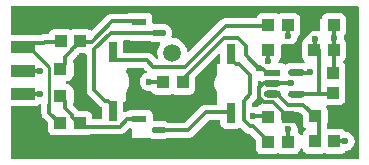
<source format=gtl>
G04 #@! TF.GenerationSoftware,KiCad,Pcbnew,9.0.4*
G04 #@! TF.CreationDate,2025-10-31T22:45:53+03:00*
G04 #@! TF.ProjectId,ECAD_main,45434144-5f6d-4616-996e-2e6b69636164,rev?*
G04 #@! TF.SameCoordinates,Original*
G04 #@! TF.FileFunction,Copper,L1,Top*
G04 #@! TF.FilePolarity,Positive*
%FSLAX46Y46*%
G04 Gerber Fmt 4.6, Leading zero omitted, Abs format (unit mm)*
G04 Created by KiCad (PCBNEW 9.0.4) date 2025-10-31 22:45:53*
%MOMM*%
%LPD*%
G01*
G04 APERTURE LIST*
G04 #@! TA.AperFunction,SMDPad,CuDef*
%ADD10R,1.063700X1.062130*%
G04 #@! TD*
G04 #@! TA.AperFunction,SMDPad,CuDef*
%ADD11R,2.000000X1.000000*%
G04 #@! TD*
G04 #@! TA.AperFunction,SMDPad,CuDef*
%ADD12R,0.750000X1.700000*%
G04 #@! TD*
G04 #@! TA.AperFunction,SMDPad,CuDef*
%ADD13R,1.274350X0.532130*%
G04 #@! TD*
G04 #@! TA.AperFunction,SMDPad,CuDef*
%ADD14R,1.463950X0.600000*%
G04 #@! TD*
G04 #@! TA.AperFunction,SMDPad,CuDef*
%ADD15R,1.062130X1.063700*%
G04 #@! TD*
G04 #@! TA.AperFunction,ComponentPad*
%ADD16C,1.500000*%
G04 #@! TD*
G04 #@! TA.AperFunction,ViaPad*
%ADD17C,0.600000*%
G04 #@! TD*
G04 #@! TA.AperFunction,Conductor*
%ADD18C,0.300000*%
G04 #@! TD*
G04 #@! TA.AperFunction,Conductor*
%ADD19C,0.277500*%
G04 #@! TD*
G04 APERTURE END LIST*
D10*
G04 #@! TO.P,R10,1,1*
G04 #@! TO.N,OUT*
X146670610Y-105000000D03*
G04 #@! TO.P,R10,2,2*
G04 #@! TO.N,Net-(C2-Pad1)*
X148329390Y-105000000D03*
G04 #@! TD*
G04 #@! TO.P,R8,1,1*
G04 #@! TO.N,Net-(DD1-Pad3)*
X159510610Y-109990000D03*
G04 #@! TO.P,R8,2,2*
G04 #@! TO.N,+5*
X161169390Y-109990000D03*
G04 #@! TD*
D11*
G04 #@! TO.P,,2*
G04 #@! TO.N,IN*
X134780050Y-102013095D03*
G04 #@! TD*
D12*
G04 #@! TO.P,HL1,1,1*
G04 #@! TO.N,Net-(HL1-Pad1)*
X142400000Y-102450000D03*
G04 #@! TO.P,HL1,2,2*
G04 #@! TO.N,Net-(VT1-D)*
X142400000Y-107450000D03*
G04 #@! TD*
D10*
G04 #@! TO.P,C3,1,1*
G04 #@! TO.N,GND*
X157219310Y-107890080D03*
G04 #@! TO.P,C3,2,2*
G04 #@! TO.N,+5*
X155560530Y-107890080D03*
G04 #@! TD*
D11*
G04 #@! TO.P,,2*
G04 #@! TO.N,OUT*
X134780050Y-104013095D03*
G04 #@! TD*
D10*
G04 #@! TO.P,R7,1,1*
G04 #@! TO.N,GND*
X161168780Y-107870000D03*
G04 #@! TO.P,R7,2,2*
G04 #@! TO.N,Net-(DD1-Pad3)*
X159510000Y-107870000D03*
G04 #@! TD*
G04 #@! TO.P,C4,1,1*
G04 #@! TO.N,GND*
X159450690Y-100159920D03*
G04 #@! TO.P,C4,2,2*
G04 #@! TO.N,Net-(C2-Pad1)*
X161109470Y-100159920D03*
G04 #@! TD*
G04 #@! TO.P,R6,1,1*
G04 #@! TO.N,+5*
X157230000Y-110040000D03*
G04 #@! TO.P,R6,2,2*
G04 #@! TO.N,Net-(HL2-Pad1)*
X155571220Y-110040000D03*
G04 #@! TD*
G04 #@! TO.P,R2,1,1*
G04 #@! TO.N,GND*
X139629390Y-103850000D03*
G04 #@! TO.P,R2,2,2*
G04 #@! TO.N,Net-(VT1-G)*
X137970610Y-103850000D03*
G04 #@! TD*
D11*
G04 #@! TO.P,,2*
G04 #@! TO.N,+5*
X134780050Y-106013095D03*
G04 #@! TD*
G04 #@! TO.P,,2*
G04 #@! TO.N,GND*
X134780050Y-108013095D03*
G04 #@! TD*
D10*
G04 #@! TO.P,R4,1,1*
G04 #@! TO.N,IN*
X137970610Y-108440000D03*
G04 #@! TO.P,R4,2,2*
G04 #@! TO.N,Net-(VT2-G)*
X139629390Y-108440000D03*
G04 #@! TD*
D13*
G04 #@! TO.P,VT2,1,G*
G04 #@! TO.N,Net-(VT2-G)*
X144644870Y-108080000D03*
G04 #@! TO.P,VT2,2,S*
G04 #@! TO.N,GND*
G04 #@! TA.AperFunction,SMDPad,CuDef*
G36*
G01*
X144007695Y-109980000D02*
X144007695Y-109980000D01*
G75*
G02*
X144273760Y-109713935I266065J0D01*
G01*
X145015980Y-109713935D01*
G75*
G02*
X145282045Y-109980000I0J-266065D01*
G01*
X145282045Y-109980000D01*
G75*
G02*
X145015980Y-110246065I-266065J0D01*
G01*
X144273760Y-110246065D01*
G75*
G02*
X144007695Y-109980000I0J266065D01*
G01*
G37*
G04 #@! TD.AperFunction*
G04 #@! TO.P,VT2,3,D*
G04 #@! TO.N,Net-(VT2-D)*
G04 #@! TA.AperFunction,SMDPad,CuDef*
G36*
G01*
X145677955Y-109030000D02*
X145677955Y-109030000D01*
G75*
G02*
X145944020Y-108763935I266065J0D01*
G01*
X146686240Y-108763935D01*
G75*
G02*
X146952305Y-109030000I0J-266065D01*
G01*
X146952305Y-109030000D01*
G75*
G02*
X146686240Y-109296065I-266065J0D01*
G01*
X145944020Y-109296065D01*
G75*
G02*
X145677955Y-109030000I0J266065D01*
G01*
G37*
G04 #@! TD.AperFunction*
G04 #@! TD*
G04 #@! TO.P,VT1,1,G*
G04 #@! TO.N,Net-(VT1-G)*
X144619740Y-99860000D03*
G04 #@! TO.P,VT1,2,S*
G04 #@! TO.N,GND*
G04 #@! TA.AperFunction,SMDPad,CuDef*
G36*
G01*
X143982565Y-101760000D02*
X143982565Y-101760000D01*
G75*
G02*
X144248630Y-101493935I266065J0D01*
G01*
X144990850Y-101493935D01*
G75*
G02*
X145256915Y-101760000I0J-266065D01*
G01*
X145256915Y-101760000D01*
G75*
G02*
X144990850Y-102026065I-266065J0D01*
G01*
X144248630Y-102026065D01*
G75*
G02*
X143982565Y-101760000I0J266065D01*
G01*
G37*
G04 #@! TD.AperFunction*
G04 #@! TO.P,VT1,3,D*
G04 #@! TO.N,Net-(VT1-D)*
G04 #@! TA.AperFunction,SMDPad,CuDef*
G36*
G01*
X145652825Y-100810000D02*
X145652825Y-100810000D01*
G75*
G02*
X145918890Y-100543935I266065J0D01*
G01*
X146661110Y-100543935D01*
G75*
G02*
X146927175Y-100810000I0J-266065D01*
G01*
X146927175Y-100810000D01*
G75*
G02*
X146661110Y-101076065I-266065J0D01*
G01*
X145918890Y-101076065D01*
G75*
G02*
X145652825Y-100810000I0J266065D01*
G01*
G37*
G04 #@! TD.AperFunction*
G04 #@! TD*
D10*
G04 #@! TO.P,R9,1,1*
G04 #@! TO.N,Net-(C2-Pad1)*
X161119390Y-102220000D03*
G04 #@! TO.P,R9,2,2*
G04 #@! TO.N,Net-(BL1-Pad2)*
X159460610Y-102220000D03*
G04 #@! TD*
D14*
G04 #@! TO.P,DD1,1,1*
G04 #@! TO.N,Net-(C2-Pad1)*
X155907130Y-104168685D03*
G04 #@! TO.P,DD1,2,-U*
G04 #@! TO.N,GND*
G04 #@! TA.AperFunction,SMDPad,CuDef*
G36*
G01*
X155175155Y-105070955D02*
X155175155Y-105070955D01*
G75*
G02*
X155475155Y-104770955I300000J0D01*
G01*
X156339105Y-104770955D01*
G75*
G02*
X156639105Y-105070955I0J-300000D01*
G01*
X156639105Y-105070955D01*
G75*
G02*
X156339105Y-105370955I-300000J0D01*
G01*
X155475155Y-105370955D01*
G75*
G02*
X155175155Y-105070955I0J300000D01*
G01*
G37*
G04 #@! TD.AperFunction*
G04 #@! TO.P,DD1,3,3*
G04 #@! TO.N,Net-(DD1-Pad3)*
G04 #@! TA.AperFunction,SMDPad,CuDef*
G36*
G01*
X155175155Y-105973235D02*
X155175155Y-105973235D01*
G75*
G02*
X155475155Y-105673235I300000J0D01*
G01*
X156339105Y-105673235D01*
G75*
G02*
X156639105Y-105973235I0J-300000D01*
G01*
X156639105Y-105973235D01*
G75*
G02*
X156339105Y-106273235I-300000J0D01*
G01*
X155475155Y-106273235D01*
G75*
G02*
X155175155Y-105973235I0J300000D01*
G01*
G37*
G04 #@! TD.AperFunction*
G04 #@! TO.P,DD1,4,4*
G04 #@! TO.N,Net-(BL1-Pad2)*
G04 #@! TA.AperFunction,SMDPad,CuDef*
G36*
G01*
X157226065Y-105985385D02*
X157226065Y-105985385D01*
G75*
G02*
X157526065Y-105685385I300000J0D01*
G01*
X158390015Y-105685385D01*
G75*
G02*
X158690015Y-105985385I0J-300000D01*
G01*
X158690015Y-105985385D01*
G75*
G02*
X158390015Y-106285385I-300000J0D01*
G01*
X157526065Y-106285385D01*
G75*
G02*
X157226065Y-105985385I0J300000D01*
G01*
G37*
G04 #@! TD.AperFunction*
G04 #@! TO.P,DD1,5,+U*
G04 #@! TO.N,+5*
G04 #@! TA.AperFunction,SMDPad,CuDef*
G36*
G01*
X157226065Y-104140545D02*
X157226065Y-104140545D01*
G75*
G02*
X157526065Y-103840545I300000J0D01*
G01*
X158390015Y-103840545D01*
G75*
G02*
X158690015Y-104140545I0J-300000D01*
G01*
X158690015Y-104140545D01*
G75*
G02*
X158390015Y-104440545I-300000J0D01*
G01*
X157526065Y-104440545D01*
G75*
G02*
X157226065Y-104140545I0J300000D01*
G01*
G37*
G04 #@! TD.AperFunction*
G04 #@! TD*
D12*
G04 #@! TO.P,HL2,1,1*
G04 #@! TO.N,Net-(HL2-Pad1)*
X152400000Y-102600000D03*
G04 #@! TO.P,HL2,2,2*
G04 #@! TO.N,Net-(VT2-D)*
X152400000Y-107600000D03*
G04 #@! TD*
D10*
G04 #@! TO.P,R1,1,1*
G04 #@! TO.N,IN*
X138000000Y-101500000D03*
G04 #@! TO.P,R1,2,2*
G04 #@! TO.N,Net-(VT1-G)*
X139658780Y-101500000D03*
G04 #@! TD*
G04 #@! TO.P,R3,1,1*
G04 #@! TO.N,Net-(HL1-Pad1)*
X155580610Y-100170000D03*
G04 #@! TO.P,R3,2,2*
G04 #@! TO.N,+5*
X157239390Y-100170000D03*
G04 #@! TD*
D15*
G04 #@! TO.P,C2,1,1*
G04 #@! TO.N,Net-(C2-Pad1)*
X161062200Y-104217065D03*
G04 #@! TO.P,C2,2,2*
G04 #@! TO.N,Net-(BL1-Pad2)*
X161062200Y-105875845D03*
G04 #@! TD*
D10*
G04 #@! TO.P,C1,1,1*
G04 #@! TO.N,GND*
X157219310Y-102270080D03*
G04 #@! TO.P,C1,2,2*
G04 #@! TO.N,+5*
X155560530Y-102270080D03*
G04 #@! TD*
G04 #@! TO.P,R5,1,1*
G04 #@! TO.N,GND*
X139630000Y-106160000D03*
G04 #@! TO.P,R5,2,2*
G04 #@! TO.N,Net-(VT2-G)*
X137971220Y-106160000D03*
G04 #@! TD*
D16*
G04 #@! TO.P,BL1,1,1*
G04 #@! TO.N,GND*
X147434810Y-107586995D03*
G04 #@! TO.P,BL1,2,2*
G04 #@! TO.N,Net-(BL1-Pad2)*
X147434810Y-102486995D03*
G04 #@! TD*
D17*
G04 #@! TO.N,Net-(BL1-Pad2)*
X159499830Y-101325025D03*
G04 #@! TO.N,OUT*
X145501100Y-104934995D03*
X136280050Y-104013095D03*
G04 #@! TO.N,Net-(C2-Pad1)*
X161147280Y-101275025D03*
X154751100Y-103778425D03*
G04 #@! TO.N,GND*
X139649740Y-102915045D03*
X139650000Y-107100000D03*
X157464720Y-105065685D03*
X162079130Y-107866385D03*
X143251100Y-110007745D03*
X143501100Y-101726305D03*
G04 #@! TO.N,+5*
X136280050Y-106013095D03*
X154251100Y-107861625D03*
X159063380Y-104143255D03*
X157250000Y-108950000D03*
X162079130Y-109977545D03*
X157273500Y-101025165D03*
X155559420Y-103187155D03*
G04 #@! TD*
D18*
G04 #@! TO.N,Net-(BL1-Pad2)*
X159499750Y-102256095D02*
X159783390Y-102256095D01*
X157965270Y-105992605D02*
X160945440Y-105992605D01*
X159904370Y-105875845D02*
X159904370Y-102256095D01*
X159499830Y-102256015D02*
X159499830Y-101325025D01*
X159499750Y-102256095D02*
X159499830Y-102256015D01*
X160945440Y-105992605D02*
X161062200Y-105875845D01*
X157958040Y-105985385D02*
X157965270Y-105992605D01*
G04 #@! TO.N,OUT*
X145501100Y-104934995D02*
X146421710Y-104934995D01*
X135680050Y-104013095D02*
X136280050Y-104013095D01*
G04 #@! TO.N,Net-(C2-Pad1)*
X161170060Y-104109205D02*
X161170060Y-102267635D01*
X155142300Y-103835825D02*
X155475150Y-104168675D01*
X154808500Y-103835825D02*
X155142300Y-103835825D01*
X161147280Y-101275025D02*
X161147280Y-100181685D01*
X161158520Y-102256095D02*
X161170060Y-102267635D01*
X151779270Y-101236995D02*
X152996200Y-101236995D01*
X148081270Y-104934995D02*
X151779270Y-101236995D01*
X161062200Y-104217065D02*
X161170060Y-104109205D01*
X155475150Y-104168675D02*
X155907130Y-104168675D01*
X152996200Y-101236995D02*
X153659440Y-101900235D01*
X153659440Y-102686765D02*
X153659440Y-101900235D01*
X153659440Y-102686765D02*
X154808500Y-103835825D01*
X148080490Y-104934995D02*
X148081270Y-104934995D01*
X161147280Y-102021695D02*
X161147280Y-101275025D01*
X161147280Y-100181685D02*
X161158600Y-100170375D01*
G04 #@! TO.N,Net-(DD1-Pad3)*
X159500530Y-107866385D02*
X159881600Y-108247455D01*
X159499750Y-109977625D02*
X159500530Y-109977625D01*
X159498960Y-107866385D02*
X159499750Y-107866385D01*
X158515510Y-106882945D02*
X159498960Y-107866385D01*
X157248820Y-106882945D02*
X158515510Y-106882945D01*
X159500530Y-109977625D02*
X159881600Y-109596555D01*
X159881600Y-109596555D02*
X159881600Y-108247455D01*
X155907130Y-105973235D02*
X156339110Y-105973235D01*
X156339110Y-105973235D02*
X157248820Y-106882945D01*
G04 #@! TO.N,Net-(HL1-Pad1)*
X151959000Y-100208745D02*
X152400000Y-100208745D01*
X145846280Y-103686985D02*
X148480750Y-103686985D01*
X152400000Y-100208745D02*
X155602430Y-100208745D01*
X145294280Y-103134995D02*
X145846280Y-103686985D01*
X142659810Y-103134995D02*
X145294280Y-103134995D01*
X142434810Y-102909995D02*
X142434810Y-102434995D01*
X148480750Y-103686985D02*
X151959000Y-100208745D01*
X142434810Y-102909995D02*
X142659810Y-103134995D01*
G04 #@! TO.N,Net-(VT1-D)*
X142009810Y-106534995D02*
X142434810Y-106959995D01*
X141772070Y-106534995D02*
X142009810Y-106534995D01*
X140834810Y-102173595D02*
X142232100Y-100776305D01*
X140834810Y-105597735D02*
X141772070Y-106534995D01*
X142434810Y-107434995D02*
X142434810Y-106959995D01*
X140834810Y-105597735D02*
X140834810Y-102173595D01*
X142232100Y-100776305D02*
X146344940Y-100776305D01*
G04 #@! TO.N,Net-(VT2-D)*
X148756170Y-109057745D02*
X150276920Y-107536995D01*
X146344940Y-109057745D02*
X148756170Y-109057745D01*
X150276920Y-107536995D02*
X152434810Y-107536995D01*
G04 #@! TO.N,Net-(HL2-Pad1)*
X153501100Y-106540115D02*
X154034810Y-106006415D01*
X152859800Y-103436995D02*
X153097550Y-103436995D01*
X152434810Y-103011995D02*
X152859800Y-103436995D01*
X154028310Y-108699485D02*
X154280580Y-108699485D01*
X153501100Y-108172285D02*
X153501100Y-106540115D01*
X153501100Y-108172285D02*
X154028310Y-108699485D01*
X153097550Y-103436995D02*
X154034810Y-104374255D01*
X154034810Y-106006415D02*
X154034810Y-104374255D01*
X152434810Y-103011995D02*
X152434810Y-102536995D01*
X154280580Y-108699485D02*
X155558630Y-109977545D01*
X155558630Y-109977545D02*
X155559420Y-109977545D01*
G04 #@! TO.N,Net-(VT1-G)*
X138972030Y-102206125D02*
X139648170Y-101529975D01*
X140629900Y-101529975D02*
X142333580Y-99826305D01*
X138372040Y-103465045D02*
X138372040Y-102847435D01*
X138972030Y-102247435D02*
X138972030Y-102206125D01*
X142333580Y-99826305D02*
X144674680Y-99826305D01*
X137990970Y-103846105D02*
X138372040Y-103465045D01*
X137990180Y-103846105D02*
X137990970Y-103846105D01*
X138372040Y-102847435D02*
X138972030Y-102247435D01*
X139648170Y-101529975D02*
X140629900Y-101529975D01*
G04 #@! TO.N,IN*
X137018800Y-107586385D02*
X137018800Y-106908185D01*
X135280050Y-102013095D02*
X136540910Y-103273955D01*
X137018800Y-107586385D02*
X137989400Y-108556975D01*
X134780050Y-102013095D02*
X135280050Y-102013095D01*
X137989400Y-108556975D02*
X137990180Y-108556975D01*
X136540910Y-103273955D02*
X136586210Y-103273955D01*
X135630050Y-101663095D02*
X136552640Y-101663095D01*
D19*
X136586210Y-103273955D02*
X137018800Y-103706545D01*
D18*
X136685750Y-101529975D02*
X137990180Y-101529975D01*
X136552640Y-101663095D02*
X136685750Y-101529975D01*
X135280050Y-102013095D02*
X135630050Y-101663095D01*
D19*
X137018800Y-106908185D02*
X137018800Y-103706545D01*
D18*
G04 #@! TO.N,GND*
X155907130Y-105070955D02*
X155175156Y-105070955D01*
X139648960Y-103846105D02*
X139649740Y-103845325D01*
X155953465Y-106624235D02*
X157219310Y-107890080D01*
X157794380Y-101875025D02*
X159499040Y-100170375D01*
X155175156Y-105070955D02*
X154824155Y-105421956D01*
X139648170Y-106179465D02*
X139649740Y-106181035D01*
X154824155Y-105421956D02*
X154824155Y-106242889D01*
X155909770Y-105068315D02*
X157462080Y-105068315D01*
X154824155Y-106242889D02*
X155205501Y-106624235D01*
X139650000Y-106169720D02*
X139650000Y-107100000D01*
X157215810Y-107866385D02*
X157218190Y-107864005D01*
X157261990Y-102256095D02*
X157643050Y-101875025D01*
X155205501Y-106624235D02*
X155953465Y-106624235D01*
X143251100Y-110007745D02*
X144674680Y-110007745D01*
X157643050Y-101875025D02*
X157794380Y-101875025D01*
X157462080Y-105068315D02*
X157464720Y-105065685D01*
X157284960Y-103187155D02*
X157284960Y-102279855D01*
X155907130Y-105070955D02*
X155909770Y-105068315D01*
X159499040Y-100170375D02*
X159499830Y-100170375D01*
X139649740Y-103845325D02*
X139649740Y-102915045D01*
X161158520Y-107866385D02*
X162079130Y-107866385D01*
X157261200Y-102256095D02*
X157261990Y-102256095D01*
X143501100Y-101726305D02*
X144674680Y-101726305D01*
G04 #@! TO.N,+5*
X157261200Y-100208745D02*
X157273500Y-100221045D01*
X154251100Y-107861625D02*
X155513460Y-107861625D01*
X155559420Y-102299105D02*
X155602430Y-102256095D01*
X155559420Y-103187155D02*
X155559420Y-102299105D01*
X157273500Y-101025165D02*
X157273500Y-100221045D01*
X158384460Y-104168675D02*
X159037950Y-104168675D01*
X161158600Y-109977545D02*
X162079130Y-109977545D01*
X157250000Y-109047940D02*
X157250000Y-109852060D01*
X157218190Y-109977625D02*
X157359730Y-109836085D01*
X161158520Y-109977625D02*
X161158600Y-109977545D01*
X135680050Y-106013095D02*
X136280050Y-106013095D01*
G04 #@! TO.N,Net-(VT2-G)*
X137989400Y-106179465D02*
X137990180Y-106179465D01*
X138972030Y-107880835D02*
X138972030Y-107761315D01*
X137990180Y-106179465D02*
X138371250Y-106560535D01*
X138972030Y-107880835D02*
X139826190Y-108734995D01*
X138371250Y-107160535D02*
X138972030Y-107761315D01*
X138371250Y-107160535D02*
X138371250Y-106560535D01*
X139826190Y-108734995D02*
X142996200Y-108734995D01*
X142996200Y-108734995D02*
X143618970Y-108112225D01*
X144670200Y-108112225D02*
X144674680Y-108107745D01*
X143618970Y-108112225D02*
X144670200Y-108112225D01*
G04 #@! TD*
G04 #@! TA.AperFunction,Conductor*
G04 #@! TO.N,GND*
G36*
X163193639Y-98523780D02*
G01*
X163239394Y-98576584D01*
X163250600Y-98628095D01*
X163250600Y-111379095D01*
X163230915Y-111446134D01*
X163178111Y-111491889D01*
X163126600Y-111503095D01*
X133875600Y-111503103D01*
X133808561Y-111483418D01*
X133762806Y-111430614D01*
X133751600Y-111379103D01*
X133751600Y-107137594D01*
X133771285Y-107070555D01*
X133824089Y-107024800D01*
X133875600Y-107013594D01*
X135827921Y-107013594D01*
X135827922Y-107013594D01*
X135887533Y-107007186D01*
X136022381Y-106956891D01*
X136137596Y-106870641D01*
X136143104Y-106863282D01*
X136146759Y-106860546D01*
X136148657Y-106856392D01*
X136174474Y-106839800D01*
X136199038Y-106821413D01*
X136204665Y-106820397D01*
X136207435Y-106818618D01*
X136242370Y-106813595D01*
X136244300Y-106813595D01*
X136311339Y-106833280D01*
X136357094Y-106886084D01*
X136368300Y-106937595D01*
X136368300Y-107650455D01*
X136371513Y-107666606D01*
X136391297Y-107766062D01*
X136391297Y-107766063D01*
X136391298Y-107766065D01*
X136393300Y-107776131D01*
X136393300Y-107776132D01*
X136442334Y-107894512D01*
X136442335Y-107894514D01*
X136442336Y-107894515D01*
X136513526Y-108001057D01*
X136892945Y-108380472D01*
X136901941Y-108389468D01*
X136935426Y-108450791D01*
X136938260Y-108477150D01*
X136938260Y-109018935D01*
X136938261Y-109018941D01*
X136944668Y-109078548D01*
X136994962Y-109213393D01*
X136994966Y-109213400D01*
X137081212Y-109328609D01*
X137081215Y-109328612D01*
X137196424Y-109414858D01*
X137196431Y-109414862D01*
X137331277Y-109465156D01*
X137331276Y-109465156D01*
X137338204Y-109465900D01*
X137390887Y-109471565D01*
X138550332Y-109471564D01*
X138609943Y-109465156D01*
X138620917Y-109461063D01*
X138753101Y-109411762D01*
X138754025Y-109414240D01*
X138808824Y-109402310D01*
X138846318Y-109413319D01*
X138846899Y-109411762D01*
X138990057Y-109465156D01*
X138990056Y-109465156D01*
X138996984Y-109465900D01*
X139049667Y-109471565D01*
X140209112Y-109471564D01*
X140268723Y-109465156D01*
X140403571Y-109414861D01*
X140407711Y-109411762D01*
X140409761Y-109410228D01*
X140475225Y-109385811D01*
X140484071Y-109385495D01*
X143060271Y-109385495D01*
X143144815Y-109368677D01*
X143185944Y-109360496D01*
X143304327Y-109311460D01*
X143410869Y-109240272D01*
X143779143Y-108871996D01*
X143786287Y-108868095D01*
X143791072Y-108861506D01*
X143816504Y-108851595D01*
X143840462Y-108838514D01*
X143850259Y-108838442D01*
X143856174Y-108836138D01*
X143884283Y-108838194D01*
X143891411Y-108838143D01*
X143898850Y-108839648D01*
X143900212Y-108840156D01*
X143902662Y-108840419D01*
X143908290Y-108841558D01*
X143934315Y-108855280D01*
X143961505Y-108866542D01*
X143964872Y-108871391D01*
X143970094Y-108874145D01*
X143984569Y-108899759D01*
X144001354Y-108923934D01*
X144002609Y-108931684D01*
X144004469Y-108934974D01*
X144004124Y-108941030D01*
X144007700Y-108963095D01*
X144007700Y-109713930D01*
X145557483Y-109713930D01*
X145610167Y-109728871D01*
X145611309Y-109726424D01*
X145617852Y-109729475D01*
X145661817Y-109744043D01*
X145787952Y-109785839D01*
X145892937Y-109796565D01*
X145892941Y-109796565D01*
X146737319Y-109796565D01*
X146737323Y-109796565D01*
X146842308Y-109785839D01*
X147012410Y-109729474D01*
X147013388Y-109728871D01*
X147016894Y-109726709D01*
X147081994Y-109708245D01*
X148820241Y-109708245D01*
X148904785Y-109691427D01*
X148945914Y-109683246D01*
X149064297Y-109634210D01*
X149114748Y-109600500D01*
X149170839Y-109563022D01*
X150510047Y-108223814D01*
X150571370Y-108190329D01*
X150597728Y-108187495D01*
X151400501Y-108187495D01*
X151467540Y-108207180D01*
X151513295Y-108259984D01*
X151524501Y-108311495D01*
X151524501Y-108497876D01*
X151530908Y-108557483D01*
X151581202Y-108692328D01*
X151581206Y-108692335D01*
X151667452Y-108807544D01*
X151667455Y-108807547D01*
X151782664Y-108893793D01*
X151782671Y-108893797D01*
X151917517Y-108944091D01*
X151917516Y-108944091D01*
X151924444Y-108944835D01*
X151977127Y-108950500D01*
X152822872Y-108950499D01*
X152882483Y-108944091D01*
X153017331Y-108893796D01*
X153094497Y-108836029D01*
X153159959Y-108811612D01*
X153228232Y-108826463D01*
X153256483Y-108847610D01*
X153613645Y-109204765D01*
X153677588Y-109247489D01*
X153717383Y-109274079D01*
X153720766Y-109276475D01*
X153725779Y-109278269D01*
X153765739Y-109294819D01*
X153838566Y-109324986D01*
X153838568Y-109324986D01*
X153838570Y-109324987D01*
X153964238Y-109349985D01*
X153970301Y-109350582D01*
X153970062Y-109353007D01*
X154026809Y-109369670D01*
X154047450Y-109386302D01*
X154502552Y-109841408D01*
X154536036Y-109902730D01*
X154538870Y-109929088D01*
X154538870Y-110618935D01*
X154538871Y-110618941D01*
X154545278Y-110678548D01*
X154595572Y-110813393D01*
X154595576Y-110813400D01*
X154681822Y-110928609D01*
X154681825Y-110928612D01*
X154797034Y-111014858D01*
X154797041Y-111014862D01*
X154931887Y-111065156D01*
X154931886Y-111065156D01*
X154938814Y-111065900D01*
X154991497Y-111071565D01*
X156150942Y-111071564D01*
X156210553Y-111065156D01*
X156353711Y-111011762D01*
X156354635Y-111014240D01*
X156409434Y-111002310D01*
X156446928Y-111013319D01*
X156447509Y-111011762D01*
X156590667Y-111065156D01*
X156590666Y-111065156D01*
X156597594Y-111065900D01*
X156650277Y-111071565D01*
X157809722Y-111071564D01*
X157869333Y-111065156D01*
X158004181Y-111014861D01*
X158119396Y-110928611D01*
X158205646Y-110813396D01*
X158255941Y-110678548D01*
X158255941Y-110678546D01*
X158257724Y-110671003D01*
X158260894Y-110671752D01*
X158281848Y-110621002D01*
X158339195Y-110581088D01*
X158409017Y-110578515D01*
X158469146Y-110614099D01*
X158494670Y-110655364D01*
X158534963Y-110763395D01*
X158534966Y-110763400D01*
X158621212Y-110878609D01*
X158621215Y-110878612D01*
X158736424Y-110964858D01*
X158736431Y-110964862D01*
X158871277Y-111015156D01*
X158871276Y-111015156D01*
X158878204Y-111015900D01*
X158930887Y-111021565D01*
X160090332Y-111021564D01*
X160149943Y-111015156D01*
X160261546Y-110973531D01*
X160293101Y-110961762D01*
X160294025Y-110964240D01*
X160348824Y-110952310D01*
X160386318Y-110963319D01*
X160386899Y-110961762D01*
X160530057Y-111015156D01*
X160530056Y-111015156D01*
X160536984Y-111015900D01*
X160589667Y-111021565D01*
X161749112Y-111021564D01*
X161808723Y-111015156D01*
X161943571Y-110964861D01*
X162058786Y-110878611D01*
X162101413Y-110821669D01*
X162157346Y-110779797D01*
X162176489Y-110774362D01*
X162231622Y-110763395D01*
X162312627Y-110747282D01*
X162458309Y-110686939D01*
X162589419Y-110599334D01*
X162700919Y-110487834D01*
X162788524Y-110356724D01*
X162848867Y-110211042D01*
X162879630Y-110056387D01*
X162879630Y-109898703D01*
X162879630Y-109898700D01*
X162879629Y-109898698D01*
X162857180Y-109785839D01*
X162848867Y-109744048D01*
X162803371Y-109634210D01*
X162788527Y-109598372D01*
X162788520Y-109598359D01*
X162700919Y-109467256D01*
X162700916Y-109467252D01*
X162589422Y-109355758D01*
X162589418Y-109355755D01*
X162458315Y-109268154D01*
X162458302Y-109268147D01*
X162312631Y-109207809D01*
X162312621Y-109207806D01*
X162154577Y-109176369D01*
X162092666Y-109143984D01*
X162079506Y-109129068D01*
X162058786Y-109101389D01*
X162031392Y-109080882D01*
X161943575Y-109015141D01*
X161943568Y-109015137D01*
X161808722Y-108964843D01*
X161808723Y-108964843D01*
X161749123Y-108958436D01*
X161749121Y-108958435D01*
X161749113Y-108958435D01*
X161749105Y-108958435D01*
X160656100Y-108958435D01*
X160589061Y-108938750D01*
X160543306Y-108885946D01*
X160532100Y-108834435D01*
X160532100Y-108539252D01*
X160534414Y-108515407D01*
X160535555Y-108509581D01*
X160535941Y-108508548D01*
X160536163Y-108506479D01*
X160537193Y-108501225D01*
X160550928Y-108474784D01*
X160562328Y-108447264D01*
X160566858Y-108444118D01*
X160569402Y-108439222D01*
X160595253Y-108424403D01*
X160619720Y-108407416D01*
X160626925Y-108406248D01*
X160630019Y-108404475D01*
X160633355Y-108404644D01*
X160636930Y-108401070D01*
X160636930Y-107338930D01*
X160627805Y-107329805D01*
X160591841Y-107319245D01*
X160546086Y-107266441D01*
X160542484Y-107257685D01*
X160537220Y-107243356D01*
X160535941Y-107231452D01*
X160485646Y-107096604D01*
X160481070Y-107090491D01*
X160475361Y-107074949D01*
X160473626Y-107048878D01*
X160468073Y-107023353D01*
X160471344Y-107014579D01*
X160470723Y-107005233D01*
X160483360Y-106982361D01*
X160492487Y-106957888D01*
X160499982Y-106952276D01*
X160504513Y-106944077D01*
X160527508Y-106931668D01*
X160548419Y-106916014D01*
X160560591Y-106913817D01*
X160566002Y-106910898D01*
X160573564Y-106911476D01*
X160591751Y-106908194D01*
X161641137Y-106908194D01*
X161700748Y-106901786D01*
X161835596Y-106851491D01*
X161950811Y-106765241D01*
X162037061Y-106650026D01*
X162087356Y-106515178D01*
X162093765Y-106455568D01*
X162093764Y-105296123D01*
X162087356Y-105236512D01*
X162079968Y-105216704D01*
X162033962Y-105093354D01*
X162036440Y-105092429D01*
X162024510Y-105037631D01*
X162035519Y-105000136D01*
X162033962Y-104999556D01*
X162076762Y-104884801D01*
X162087356Y-104856398D01*
X162093765Y-104796788D01*
X162093764Y-103637343D01*
X162087356Y-103577732D01*
X162068222Y-103526432D01*
X162037062Y-103442886D01*
X162037058Y-103442879D01*
X161945497Y-103320570D01*
X161946753Y-103319629D01*
X161918058Y-103267078D01*
X161923042Y-103197386D01*
X161964912Y-103141454D01*
X162008786Y-103108611D01*
X162095036Y-102993396D01*
X162145331Y-102858548D01*
X162151740Y-102798938D01*
X162151739Y-101641063D01*
X162145331Y-101581452D01*
X162143508Y-101576565D01*
X162095037Y-101446606D01*
X162095033Y-101446599D01*
X162008787Y-101331390D01*
X162004408Y-101328112D01*
X161997464Y-101322913D01*
X161977052Y-101295644D01*
X161956259Y-101268716D01*
X161956045Y-101267578D01*
X161955596Y-101266979D01*
X161948242Y-101234345D01*
X161947780Y-101229008D01*
X161947780Y-101196183D01*
X161942748Y-101170889D01*
X161942160Y-101164090D01*
X161947777Y-101136268D01*
X161950307Y-101107997D01*
X161954631Y-101102327D01*
X161955989Y-101095602D01*
X161973592Y-101077463D01*
X161991390Y-101054127D01*
X161998866Y-101048531D01*
X162085116Y-100933316D01*
X162135411Y-100798468D01*
X162141820Y-100738858D01*
X162141819Y-99580983D01*
X162135411Y-99521372D01*
X162122386Y-99486451D01*
X162085117Y-99386526D01*
X162085113Y-99386519D01*
X161998867Y-99271310D01*
X161998864Y-99271307D01*
X161883655Y-99185061D01*
X161883648Y-99185057D01*
X161748802Y-99134763D01*
X161748803Y-99134763D01*
X161689203Y-99128356D01*
X161689201Y-99128355D01*
X161689193Y-99128355D01*
X161689184Y-99128355D01*
X160529749Y-99128355D01*
X160529743Y-99128356D01*
X160470136Y-99134763D01*
X160335291Y-99185057D01*
X160335284Y-99185061D01*
X160220075Y-99271307D01*
X160220072Y-99271310D01*
X160133826Y-99386519D01*
X160133822Y-99386526D01*
X160083528Y-99521372D01*
X160081746Y-99528917D01*
X160079611Y-99528412D01*
X160057142Y-99582656D01*
X159999750Y-99622504D01*
X159986796Y-99624603D01*
X159982550Y-99628850D01*
X159982550Y-100472940D01*
X159962865Y-100539979D01*
X159910061Y-100585734D01*
X159840903Y-100595678D01*
X159811098Y-100587501D01*
X159733331Y-100555289D01*
X159733319Y-100555286D01*
X159578675Y-100524525D01*
X159578672Y-100524525D01*
X159420988Y-100524525D01*
X159420985Y-100524525D01*
X159266340Y-100555286D01*
X159266328Y-100555289D01*
X159120657Y-100615627D01*
X159120644Y-100615634D01*
X158989541Y-100703235D01*
X158989537Y-100703238D01*
X158878043Y-100814732D01*
X158878040Y-100814736D01*
X158790439Y-100945839D01*
X158790432Y-100945852D01*
X158730094Y-101091523D01*
X158730091Y-101091533D01*
X158711100Y-101187009D01*
X158678715Y-101248920D01*
X158663797Y-101262081D01*
X158571214Y-101331389D01*
X158571213Y-101331390D01*
X158571212Y-101331391D01*
X158484966Y-101446599D01*
X158484962Y-101446606D01*
X158434668Y-101581452D01*
X158428261Y-101641051D01*
X158428261Y-101641058D01*
X158428260Y-101641070D01*
X158428260Y-102798935D01*
X158428261Y-102798941D01*
X158434668Y-102858548D01*
X158484962Y-102993393D01*
X158484966Y-102993400D01*
X158571211Y-103108608D01*
X158571212Y-103108609D01*
X158571214Y-103108611D01*
X158593797Y-103125517D01*
X158635667Y-103181449D01*
X158640651Y-103251140D01*
X158607166Y-103312463D01*
X158545843Y-103345948D01*
X158505603Y-103348002D01*
X158434977Y-103340045D01*
X158434969Y-103340045D01*
X157481111Y-103340045D01*
X157481104Y-103340045D01*
X157346815Y-103355175D01*
X157346810Y-103355176D01*
X157176538Y-103414757D01*
X157080852Y-103474882D01*
X157013616Y-103493883D01*
X156946781Y-103473516D01*
X156940569Y-103469156D01*
X156881436Y-103424889D01*
X156881434Y-103424888D01*
X156881433Y-103424887D01*
X156746587Y-103374593D01*
X156746588Y-103374593D01*
X156686988Y-103368186D01*
X156686986Y-103368185D01*
X156686978Y-103368185D01*
X156686970Y-103368185D01*
X156539795Y-103368185D01*
X156472756Y-103348500D01*
X156427001Y-103295696D01*
X156417057Y-103226538D01*
X156444751Y-103165895D01*
X156444611Y-103165791D01*
X156445093Y-103165146D01*
X156446082Y-103162982D01*
X156449304Y-103159520D01*
X156449922Y-103158693D01*
X156449926Y-103158691D01*
X156536176Y-103043476D01*
X156586471Y-102908628D01*
X156586471Y-102908626D01*
X156588254Y-102901083D01*
X156590388Y-102901587D01*
X156612858Y-102847344D01*
X156670250Y-102807496D01*
X156683203Y-102805396D01*
X156687450Y-102801150D01*
X156687450Y-101828320D01*
X156707135Y-101761281D01*
X156759939Y-101715526D01*
X156829097Y-101705582D01*
X156880342Y-101725218D01*
X156894321Y-101734559D01*
X156894323Y-101734559D01*
X156894327Y-101734562D01*
X156988215Y-101773451D01*
X157040003Y-101794902D01*
X157194653Y-101825664D01*
X157194656Y-101825665D01*
X157194658Y-101825665D01*
X157352344Y-101825665D01*
X157352345Y-101825664D01*
X157506997Y-101794902D01*
X157652679Y-101734559D01*
X157783789Y-101646954D01*
X157895289Y-101535454D01*
X157982894Y-101404344D01*
X158043237Y-101258662D01*
X158065755Y-101145458D01*
X158098140Y-101083547D01*
X158113064Y-101070380D01*
X158128786Y-101058611D01*
X158215036Y-100943396D01*
X158265331Y-100808548D01*
X158271740Y-100748938D01*
X158271739Y-99591063D01*
X158265331Y-99531452D01*
X158264197Y-99528412D01*
X158215037Y-99396606D01*
X158215033Y-99396599D01*
X158128787Y-99281390D01*
X158128784Y-99281387D01*
X158013575Y-99195141D01*
X158013568Y-99195137D01*
X157878722Y-99144843D01*
X157878723Y-99144843D01*
X157819123Y-99138436D01*
X157819121Y-99138435D01*
X157819113Y-99138435D01*
X157819104Y-99138435D01*
X156659669Y-99138435D01*
X156659663Y-99138436D01*
X156600056Y-99144843D01*
X156456899Y-99198238D01*
X156455975Y-99195762D01*
X156401149Y-99207687D01*
X156363680Y-99196685D01*
X156363101Y-99198238D01*
X156219942Y-99144843D01*
X156219943Y-99144843D01*
X156160343Y-99138436D01*
X156160341Y-99138435D01*
X156160333Y-99138435D01*
X156160324Y-99138435D01*
X155000889Y-99138435D01*
X155000883Y-99138436D01*
X154941276Y-99144843D01*
X154806431Y-99195137D01*
X154806424Y-99195141D01*
X154691215Y-99281387D01*
X154691212Y-99281390D01*
X154604966Y-99396599D01*
X154604961Y-99396608D01*
X154574763Y-99477577D01*
X154532893Y-99533511D01*
X154467429Y-99557929D01*
X154458581Y-99558245D01*
X151894929Y-99558245D01*
X151769261Y-99583242D01*
X151769251Y-99583245D01*
X151720220Y-99603555D01*
X151650881Y-99632275D01*
X151650863Y-99632285D01*
X151544332Y-99703466D01*
X151544325Y-99703472D01*
X148881171Y-102366618D01*
X148819848Y-102400103D01*
X148750156Y-102395119D01*
X148694223Y-102353247D01*
X148671017Y-102298334D01*
X148654519Y-102194169D01*
X148654519Y-102194168D01*
X148593692Y-102006965D01*
X148546553Y-101914450D01*
X148504334Y-101831590D01*
X148388638Y-101672349D01*
X148249456Y-101533167D01*
X148090215Y-101417471D01*
X147914839Y-101328112D01*
X147727636Y-101267285D01*
X147533232Y-101236495D01*
X147533227Y-101236495D01*
X147499059Y-101236495D01*
X147432020Y-101216810D01*
X147386265Y-101164006D01*
X147376321Y-101094848D01*
X147381353Y-101073491D01*
X147386285Y-101058609D01*
X147416949Y-100966068D01*
X147427675Y-100861083D01*
X147427675Y-100758917D01*
X147416949Y-100653932D01*
X147360584Y-100483830D01*
X147360580Y-100483824D01*
X147360579Y-100483821D01*
X147266511Y-100331315D01*
X147266508Y-100331311D01*
X147139798Y-100204601D01*
X147139794Y-100204598D01*
X146987288Y-100110530D01*
X146987282Y-100110527D01*
X146987280Y-100110526D01*
X146987277Y-100110525D01*
X146817178Y-100054160D01*
X146712200Y-100043435D01*
X146712193Y-100043435D01*
X145881414Y-100043435D01*
X145814375Y-100023750D01*
X145768620Y-99970946D01*
X145757414Y-99919435D01*
X145757414Y-99546064D01*
X145757413Y-99546058D01*
X145756064Y-99533511D01*
X145751006Y-99486452D01*
X145717496Y-99396608D01*
X145700712Y-99351606D01*
X145700708Y-99351599D01*
X145614462Y-99236390D01*
X145614459Y-99236387D01*
X145499250Y-99150141D01*
X145499243Y-99150137D01*
X145364397Y-99099843D01*
X145364398Y-99099843D01*
X145304798Y-99093436D01*
X145304796Y-99093435D01*
X145304788Y-99093435D01*
X145304779Y-99093435D01*
X143934694Y-99093435D01*
X143934688Y-99093436D01*
X143875081Y-99099843D01*
X143740237Y-99150137D01*
X143740234Y-99150138D01*
X143740234Y-99150139D01*
X143738986Y-99151072D01*
X143737528Y-99151616D01*
X143732456Y-99154387D01*
X143732057Y-99153657D01*
X143673524Y-99175489D01*
X143664678Y-99175805D01*
X142269509Y-99175805D01*
X142143841Y-99200802D01*
X142143835Y-99200804D01*
X142060124Y-99235478D01*
X142057927Y-99236389D01*
X142025451Y-99249841D01*
X142025450Y-99249842D01*
X141918917Y-99321022D01*
X140670112Y-100569818D01*
X140608789Y-100603302D01*
X140539097Y-100598318D01*
X140508120Y-100581403D01*
X140473236Y-100555289D01*
X140432961Y-100525139D01*
X140432959Y-100525138D01*
X140432958Y-100525137D01*
X140298112Y-100474843D01*
X140298113Y-100474843D01*
X140238513Y-100468436D01*
X140238511Y-100468435D01*
X140238503Y-100468435D01*
X140238494Y-100468435D01*
X139079059Y-100468435D01*
X139079053Y-100468436D01*
X139019446Y-100474843D01*
X138876289Y-100528238D01*
X138875365Y-100525762D01*
X138820539Y-100537687D01*
X138783070Y-100526685D01*
X138782491Y-100528238D01*
X138639332Y-100474843D01*
X138639333Y-100474843D01*
X138579733Y-100468436D01*
X138579731Y-100468435D01*
X138579723Y-100468435D01*
X138579714Y-100468435D01*
X137420279Y-100468435D01*
X137420273Y-100468436D01*
X137360666Y-100474843D01*
X137225821Y-100525137D01*
X137225814Y-100525141D01*
X137110605Y-100611387D01*
X137110602Y-100611390D01*
X137024356Y-100726599D01*
X137024351Y-100726608D01*
X136997424Y-100798807D01*
X136984154Y-100816533D01*
X136974955Y-100836678D01*
X136963624Y-100843959D01*
X136955554Y-100854741D01*
X136934805Y-100862479D01*
X136916177Y-100874452D01*
X136894261Y-100877603D01*
X136890090Y-100879159D01*
X136881242Y-100879475D01*
X136755935Y-100879475D01*
X136755894Y-100879473D01*
X136749795Y-100879473D01*
X136749794Y-100879473D01*
X136698547Y-100879474D01*
X136698538Y-100879475D01*
X136621677Y-100879475D01*
X136621665Y-100879477D01*
X136621657Y-100879478D01*
X136608428Y-100882109D01*
X136568559Y-100890040D01*
X136568560Y-100890041D01*
X136496006Y-100904474D01*
X136495994Y-100904478D01*
X136495983Y-100904481D01*
X136437114Y-100928868D01*
X136436788Y-100929002D01*
X136436687Y-100929044D01*
X136377614Y-100953513D01*
X136377607Y-100953517D01*
X136320472Y-100991696D01*
X136253795Y-101012575D01*
X136251579Y-101012595D01*
X133875600Y-101012595D01*
X133808561Y-100992910D01*
X133762806Y-100940106D01*
X133751600Y-100888595D01*
X133751600Y-98628103D01*
X133771285Y-98561064D01*
X133824089Y-98515309D01*
X133875595Y-98504103D01*
X163126600Y-98504095D01*
X163193639Y-98523780D01*
G37*
G04 #@! TD.AperFunction*
G04 #@! TA.AperFunction,Conductor*
G36*
X156880339Y-107419082D02*
G01*
X156938740Y-107458105D01*
X156940692Y-107459409D01*
X156940695Y-107459411D01*
X156946282Y-107461725D01*
X157059076Y-107508446D01*
X157059080Y-107508446D01*
X157059081Y-107508447D01*
X157184748Y-107533445D01*
X157184751Y-107533445D01*
X158194703Y-107533445D01*
X158224139Y-107542088D01*
X158254129Y-107548612D01*
X158259146Y-107552367D01*
X158261742Y-107553130D01*
X158282384Y-107569763D01*
X158419074Y-107706452D01*
X158441331Y-107728708D01*
X158474816Y-107790031D01*
X158477650Y-107816390D01*
X158477650Y-108448935D01*
X158477651Y-108448941D01*
X158484058Y-108508548D01*
X158534352Y-108643393D01*
X158534356Y-108643400D01*
X158620602Y-108758609D01*
X158620605Y-108758612D01*
X158717251Y-108830962D01*
X158759122Y-108886896D01*
X158764106Y-108956587D01*
X158730620Y-109017910D01*
X158717252Y-109029494D01*
X158621212Y-109101390D01*
X158534966Y-109216599D01*
X158534962Y-109216606D01*
X158484670Y-109351448D01*
X158482886Y-109358997D01*
X158479740Y-109358253D01*
X158458657Y-109409126D01*
X158401257Y-109448963D01*
X158331431Y-109451443D01*
X158271349Y-109415779D01*
X158245939Y-109374634D01*
X158205647Y-109266606D01*
X158205643Y-109266599D01*
X158119398Y-109151392D01*
X158119396Y-109151389D01*
X158119394Y-109151387D01*
X158119392Y-109151385D01*
X158099930Y-109136816D01*
X158058060Y-109080882D01*
X158052084Y-109034934D01*
X158050500Y-109034934D01*
X158050500Y-108871155D01*
X158050499Y-108871153D01*
X158043534Y-108836138D01*
X158019737Y-108716503D01*
X158019735Y-108716498D01*
X157959397Y-108570827D01*
X157959390Y-108570814D01*
X157871789Y-108439711D01*
X157871786Y-108439707D01*
X157760292Y-108328213D01*
X157760288Y-108328210D01*
X157629185Y-108240609D01*
X157629172Y-108240602D01*
X157483501Y-108180264D01*
X157483489Y-108180261D01*
X157328845Y-108149500D01*
X157328842Y-108149500D01*
X157171158Y-108149500D01*
X157171155Y-108149500D01*
X157016510Y-108180261D01*
X157016498Y-108180264D01*
X156870817Y-108240606D01*
X156869889Y-108241103D01*
X156869347Y-108241215D01*
X156865192Y-108242937D01*
X156864865Y-108242148D01*
X156801484Y-108255336D01*
X156736243Y-108230327D01*
X156694880Y-108174016D01*
X156687450Y-108131737D01*
X156687450Y-107522186D01*
X156707135Y-107455147D01*
X156759939Y-107409392D01*
X156829097Y-107399448D01*
X156880339Y-107419082D01*
G37*
G04 #@! TD.AperFunction*
G04 #@! TA.AperFunction,Conductor*
G36*
X151443834Y-102594889D02*
G01*
X151499767Y-102636761D01*
X151524184Y-102702225D01*
X151524500Y-102711071D01*
X151524501Y-103326000D01*
X151504817Y-103393039D01*
X151452013Y-103438794D01*
X151400501Y-103450000D01*
X151249990Y-103450000D01*
X151249990Y-104259889D01*
X151230305Y-104326928D01*
X151226310Y-104332772D01*
X151202184Y-104365979D01*
X151102104Y-104562393D01*
X151102103Y-104562396D01*
X151033985Y-104772047D01*
X151006789Y-104943755D01*
X150999500Y-104989778D01*
X150999500Y-105210222D01*
X150999876Y-105212595D01*
X151033985Y-105427952D01*
X151102103Y-105637603D01*
X151102104Y-105637606D01*
X151202185Y-105834023D01*
X151213584Y-105849711D01*
X151226307Y-105867224D01*
X151249788Y-105933028D01*
X151249990Y-105940109D01*
X151249990Y-106762495D01*
X151230305Y-106829534D01*
X151177501Y-106875289D01*
X151125990Y-106886495D01*
X150212849Y-106886495D01*
X150135980Y-106901786D01*
X150103766Y-106908194D01*
X150091294Y-106910674D01*
X150087175Y-106911494D01*
X149968790Y-106960530D01*
X149862251Y-107031717D01*
X149862244Y-107031723D01*
X148523043Y-108370926D01*
X148461720Y-108404411D01*
X148435362Y-108407245D01*
X147171956Y-108407245D01*
X147106859Y-108388783D01*
X147012410Y-108330525D01*
X147012407Y-108330524D01*
X146842310Y-108274161D01*
X146737330Y-108263435D01*
X146737323Y-108263435D01*
X145906544Y-108263435D01*
X145839505Y-108243750D01*
X145793750Y-108190946D01*
X145782544Y-108139435D01*
X145782544Y-107766061D01*
X145782543Y-107766058D01*
X145782432Y-107765027D01*
X145776136Y-107706452D01*
X145761274Y-107666606D01*
X145725842Y-107571606D01*
X145725838Y-107571599D01*
X145639592Y-107456390D01*
X145639589Y-107456387D01*
X145524380Y-107370141D01*
X145524373Y-107370137D01*
X145389527Y-107319843D01*
X145389528Y-107319843D01*
X145329928Y-107313436D01*
X145329926Y-107313435D01*
X145329918Y-107313435D01*
X145329909Y-107313435D01*
X143959824Y-107313435D01*
X143959818Y-107313436D01*
X143900211Y-107319843D01*
X143765366Y-107370137D01*
X143765364Y-107370139D01*
X143676060Y-107436992D01*
X143662147Y-107442731D01*
X143652934Y-107450668D01*
X143631883Y-107455215D01*
X143619041Y-107460513D01*
X143610435Y-107461725D01*
X143554901Y-107461725D01*
X143429226Y-107486724D01*
X143427324Y-107487511D01*
X143416791Y-107488995D01*
X143385550Y-107484411D01*
X143354099Y-107481597D01*
X143351241Y-107479377D01*
X143347661Y-107478852D01*
X143323858Y-107458105D01*
X143298921Y-107438734D01*
X143297716Y-107435320D01*
X143294990Y-107432944D01*
X143286183Y-107402626D01*
X143275677Y-107372844D01*
X143275499Y-107366207D01*
X143275499Y-106724000D01*
X143295184Y-106656961D01*
X143347988Y-106611206D01*
X143399499Y-106600000D01*
X143549990Y-106600000D01*
X143549990Y-105790137D01*
X143569675Y-105723098D01*
X143573673Y-105717250D01*
X143582770Y-105704730D01*
X143597815Y-105684022D01*
X143697895Y-105487606D01*
X143766015Y-105277951D01*
X143800500Y-105060222D01*
X143800500Y-104839778D01*
X143766015Y-104622049D01*
X143720187Y-104481003D01*
X143697896Y-104412396D01*
X143697895Y-104412393D01*
X143654347Y-104326928D01*
X143597815Y-104215978D01*
X143583408Y-104196148D01*
X143573672Y-104182747D01*
X143566519Y-104162702D01*
X143555013Y-104144797D01*
X143551558Y-104120770D01*
X143550192Y-104116941D01*
X143549990Y-104109862D01*
X143549990Y-103909495D01*
X143569675Y-103842456D01*
X143622479Y-103796701D01*
X143673990Y-103785495D01*
X144973476Y-103785495D01*
X145040515Y-103805180D01*
X145061154Y-103821811D01*
X145233253Y-103993907D01*
X145266738Y-104055227D01*
X145261754Y-104124919D01*
X145219884Y-104180853D01*
X145193025Y-104196148D01*
X145121924Y-104225599D01*
X145121914Y-104225604D01*
X144990811Y-104313205D01*
X144990807Y-104313208D01*
X144879313Y-104424702D01*
X144879310Y-104424706D01*
X144791709Y-104555809D01*
X144791702Y-104555822D01*
X144731364Y-104701493D01*
X144731361Y-104701505D01*
X144700600Y-104856148D01*
X144700600Y-105013841D01*
X144731361Y-105168484D01*
X144731364Y-105168496D01*
X144791702Y-105314167D01*
X144791709Y-105314180D01*
X144879310Y-105445283D01*
X144879313Y-105445287D01*
X144990807Y-105556781D01*
X144990811Y-105556784D01*
X145121914Y-105644385D01*
X145121927Y-105644392D01*
X145267598Y-105704730D01*
X145267603Y-105704732D01*
X145419257Y-105734898D01*
X145422253Y-105735494D01*
X145422256Y-105735495D01*
X145422258Y-105735495D01*
X145579944Y-105735495D01*
X145586007Y-105734898D01*
X145586155Y-105736403D01*
X145648310Y-105741961D01*
X145702184Y-105783042D01*
X145781215Y-105888612D01*
X145896424Y-105974858D01*
X145896431Y-105974862D01*
X146031277Y-106025156D01*
X146031276Y-106025156D01*
X146038204Y-106025900D01*
X146090887Y-106031565D01*
X147250332Y-106031564D01*
X147309943Y-106025156D01*
X147344133Y-106012404D01*
X147453101Y-105971762D01*
X147454025Y-105974240D01*
X147508824Y-105962310D01*
X147546318Y-105973319D01*
X147546899Y-105971762D01*
X147690057Y-106025156D01*
X147690056Y-106025156D01*
X147696984Y-106025900D01*
X147749667Y-106031565D01*
X148909112Y-106031564D01*
X148968723Y-106025156D01*
X149103571Y-105974861D01*
X149218786Y-105888611D01*
X149305036Y-105773396D01*
X149355331Y-105638548D01*
X149361740Y-105578938D01*
X149361739Y-104625831D01*
X149381423Y-104558793D01*
X149398053Y-104538156D01*
X151312821Y-102623388D01*
X151374142Y-102589905D01*
X151443834Y-102594889D01*
G37*
G04 #@! TD.AperFunction*
G04 #@! TA.AperFunction,Conductor*
G36*
X140127349Y-102551249D02*
G01*
X140173104Y-102604053D01*
X140184310Y-102655564D01*
X140184310Y-105661806D01*
X140198850Y-105734898D01*
X140204797Y-105764796D01*
X140209309Y-105787479D01*
X140251198Y-105888609D01*
X140258345Y-105905862D01*
X140303418Y-105973319D01*
X140329536Y-106012408D01*
X141357395Y-107040267D01*
X141357402Y-107040273D01*
X141441371Y-107096379D01*
X141441372Y-107096379D01*
X141441501Y-107096465D01*
X141441503Y-107096466D01*
X141463943Y-107111460D01*
X141464106Y-107111527D01*
X141469259Y-107114961D01*
X141487933Y-107137248D01*
X141508709Y-107157597D01*
X141510392Y-107164053D01*
X141514132Y-107168516D01*
X141516573Y-107187756D01*
X141524500Y-107218151D01*
X141524501Y-107960495D01*
X141504817Y-108027534D01*
X141452013Y-108073289D01*
X141400501Y-108084495D01*
X140785739Y-108084495D01*
X140718700Y-108064810D01*
X140672945Y-108012006D01*
X140661739Y-107960495D01*
X140661739Y-107861064D01*
X140661738Y-107861058D01*
X140655331Y-107801451D01*
X140605037Y-107666606D01*
X140605033Y-107666599D01*
X140518787Y-107551390D01*
X140518784Y-107551387D01*
X140403575Y-107465141D01*
X140403568Y-107465137D01*
X140268722Y-107414843D01*
X140268723Y-107414843D01*
X140209123Y-107408436D01*
X140209121Y-107408435D01*
X140209113Y-107408435D01*
X140209105Y-107408435D01*
X139584872Y-107408435D01*
X139517833Y-107388750D01*
X139495057Y-107369929D01*
X139487696Y-107362196D01*
X139477306Y-107346646D01*
X139386699Y-107256039D01*
X139222545Y-107091885D01*
X139058069Y-106927408D01*
X139024584Y-106866085D01*
X139021750Y-106839727D01*
X139021750Y-106815070D01*
X139041435Y-106748031D01*
X139063421Y-106728979D01*
X139061831Y-106727389D01*
X139098150Y-106691070D01*
X139098150Y-105628930D01*
X139089025Y-105619805D01*
X139053061Y-105609245D01*
X139007306Y-105556441D01*
X138999726Y-105528818D01*
X138998946Y-105529003D01*
X138997162Y-105521455D01*
X138946867Y-105386606D01*
X138946863Y-105386599D01*
X138860617Y-105271390D01*
X138860614Y-105271387D01*
X138745405Y-105185141D01*
X138745398Y-105185137D01*
X138610552Y-105134843D01*
X138610553Y-105134843D01*
X138549279Y-105128256D01*
X138484728Y-105101518D01*
X138444880Y-105044126D01*
X138442386Y-104974301D01*
X138478038Y-104914212D01*
X138540518Y-104882937D01*
X138549281Y-104881677D01*
X138609943Y-104875156D01*
X138660236Y-104856398D01*
X138744791Y-104824861D01*
X138860006Y-104738611D01*
X138946256Y-104623396D01*
X138996551Y-104488548D01*
X138996551Y-104488546D01*
X138998334Y-104481003D01*
X139000468Y-104481507D01*
X139022938Y-104427264D01*
X139080330Y-104387416D01*
X139093295Y-104385314D01*
X139097540Y-104381070D01*
X139097540Y-103318930D01*
X139068863Y-103290253D01*
X139065337Y-103288643D01*
X139061891Y-103283281D01*
X139061221Y-103282611D01*
X139061366Y-103282465D01*
X139051047Y-103266408D01*
X139033746Y-103246441D01*
X139031458Y-103235926D01*
X139027563Y-103229865D01*
X139022540Y-103194930D01*
X139022540Y-103168239D01*
X139042225Y-103101200D01*
X139058858Y-103080558D01*
X139477310Y-102662100D01*
X139495044Y-102635559D01*
X139527707Y-102586675D01*
X139581319Y-102541869D01*
X139630810Y-102531564D01*
X140060310Y-102531564D01*
X140127349Y-102551249D01*
G37*
G04 #@! TD.AperFunction*
G04 #@! TA.AperFunction,Conductor*
G36*
X154695928Y-106317651D02*
G01*
X154696418Y-106317590D01*
X154727540Y-106332480D01*
X154758738Y-106347114D01*
X154759154Y-106347605D01*
X154759445Y-106347744D01*
X154781577Y-106374021D01*
X154845339Y-106475497D01*
X154972893Y-106603051D01*
X155018690Y-106631827D01*
X155064980Y-106684160D01*
X155075629Y-106753214D01*
X155047254Y-106817062D01*
X154988864Y-106855434D01*
X154965972Y-106860109D01*
X154921200Y-106864922D01*
X154786351Y-106915217D01*
X154786344Y-106915221D01*
X154671135Y-107001467D01*
X154633041Y-107052354D01*
X154577107Y-107094224D01*
X154507415Y-107099208D01*
X154486330Y-107092606D01*
X154484597Y-107091888D01*
X154484593Y-107091887D01*
X154484588Y-107091885D01*
X154329945Y-107061125D01*
X154329942Y-107061125D01*
X154275600Y-107061125D01*
X154266914Y-107058574D01*
X154257953Y-107059863D01*
X154233912Y-107048884D01*
X154208561Y-107041440D01*
X154202633Y-107034599D01*
X154194397Y-107030838D01*
X154180107Y-107008603D01*
X154162806Y-106988636D01*
X154160518Y-106978121D01*
X154156623Y-106972060D01*
X154151600Y-106937125D01*
X154151600Y-106860926D01*
X154171285Y-106793887D01*
X154187916Y-106773247D01*
X154540083Y-106421089D01*
X154573482Y-106371102D01*
X154599916Y-106349011D01*
X154626225Y-106326680D01*
X154626715Y-106326614D01*
X154627093Y-106326299D01*
X154661263Y-106322006D01*
X154695482Y-106317442D01*
X154695928Y-106317651D01*
G37*
G04 #@! TD.AperFunction*
G04 #@! TA.AperFunction,Conductor*
G36*
X154883620Y-104875647D02*
G01*
X154932823Y-104912480D01*
X154932826Y-104912482D01*
X155067672Y-104962776D01*
X155067671Y-104962776D01*
X155073848Y-104963440D01*
X155127282Y-104969185D01*
X155191045Y-104969184D01*
X155258082Y-104988868D01*
X155303838Y-105041671D01*
X155313782Y-105110829D01*
X155284758Y-105174385D01*
X155231999Y-105210225D01*
X155125635Y-105247443D01*
X154972892Y-105343419D01*
X154896991Y-105419321D01*
X154835668Y-105452806D01*
X154765976Y-105447822D01*
X154710043Y-105405950D01*
X154685626Y-105340486D01*
X154685310Y-105331640D01*
X154685310Y-104974914D01*
X154704995Y-104907875D01*
X154757799Y-104862120D01*
X154826957Y-104852176D01*
X154883620Y-104875647D01*
G37*
G04 #@! TD.AperFunction*
G04 #@! TA.AperFunction,Conductor*
G36*
X143931122Y-101446490D02*
G01*
X143951764Y-101463124D01*
X143982570Y-101493930D01*
X145532353Y-101493930D01*
X145585037Y-101508871D01*
X145586179Y-101506424D01*
X145592722Y-101509475D01*
X145759884Y-101564865D01*
X145762822Y-101565839D01*
X145867807Y-101576565D01*
X146307209Y-101576565D01*
X146374248Y-101596250D01*
X146420003Y-101649054D01*
X146429947Y-101718212D01*
X146407527Y-101773451D01*
X146365286Y-101831589D01*
X146275927Y-102006965D01*
X146215100Y-102194168D01*
X146184310Y-102388572D01*
X146184310Y-102585417D01*
X146215101Y-102779822D01*
X146215102Y-102779829D01*
X146226859Y-102816013D01*
X146228854Y-102885854D01*
X146192773Y-102945687D01*
X146130071Y-102976514D01*
X146060657Y-102968549D01*
X146021250Y-102942014D01*
X145708945Y-102629715D01*
X145701719Y-102624887D01*
X145612638Y-102565366D01*
X145612638Y-102565365D01*
X145602411Y-102558532D01*
X145602401Y-102558526D01*
X145556014Y-102539313D01*
X145524641Y-102526318D01*
X145507816Y-102519348D01*
X145484023Y-102509493D01*
X145484011Y-102509490D01*
X145433340Y-102499411D01*
X145433337Y-102499411D01*
X145358351Y-102484495D01*
X145358349Y-102484495D01*
X143399500Y-102484495D01*
X143332461Y-102464810D01*
X143286706Y-102412006D01*
X143275500Y-102360495D01*
X143275499Y-101550805D01*
X143295183Y-101483766D01*
X143347987Y-101438011D01*
X143399499Y-101426805D01*
X143864083Y-101426805D01*
X143931122Y-101446490D01*
G37*
G04 #@! TD.AperFunction*
G04 #@! TD*
M02*

</source>
